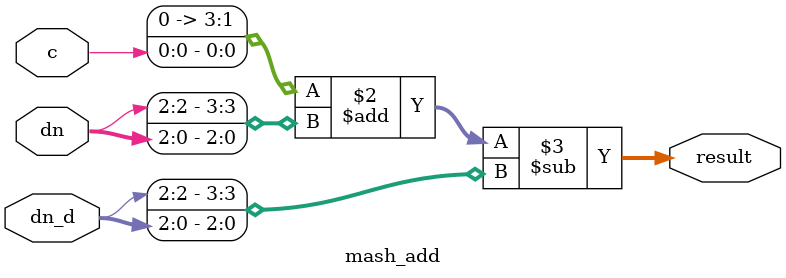
<source format=sv>
/* verilator lint_off WIDTHEXPAND */

module mash_add
(
input c,
input [2:0] dn,
input [2:0] dn_d,
output logic [3:0] result
);

always_comb
    result = {3'b0,c} + {dn[2],dn} - {dn_d[2],dn_d};

endmodule

</source>
